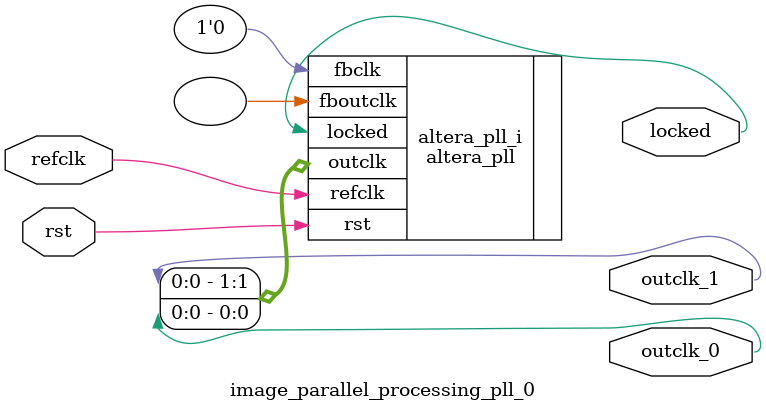
<source format=v>
`timescale 1ns/10ps
module  image_parallel_processing_pll_0(

	// interface 'refclk'
	input wire refclk,

	// interface 'reset'
	input wire rst,

	// interface 'outclk0'
	output wire outclk_0,

	// interface 'outclk1'
	output wire outclk_1,

	// interface 'locked'
	output wire locked
);

	altera_pll #(
		.fractional_vco_multiplier("false"),
		.reference_clock_frequency("50.0 MHz"),
		.operation_mode("direct"),
		.number_of_clocks(2),
		.output_clock_frequency0("143.000000 MHz"),
		.phase_shift0("0 ps"),
		.duty_cycle0(50),
		.output_clock_frequency1("143.000000 MHz"),
		.phase_shift1("0 ps"),
		.duty_cycle1(50),
		.output_clock_frequency2("0 MHz"),
		.phase_shift2("0 ps"),
		.duty_cycle2(50),
		.output_clock_frequency3("0 MHz"),
		.phase_shift3("0 ps"),
		.duty_cycle3(50),
		.output_clock_frequency4("0 MHz"),
		.phase_shift4("0 ps"),
		.duty_cycle4(50),
		.output_clock_frequency5("0 MHz"),
		.phase_shift5("0 ps"),
		.duty_cycle5(50),
		.output_clock_frequency6("0 MHz"),
		.phase_shift6("0 ps"),
		.duty_cycle6(50),
		.output_clock_frequency7("0 MHz"),
		.phase_shift7("0 ps"),
		.duty_cycle7(50),
		.output_clock_frequency8("0 MHz"),
		.phase_shift8("0 ps"),
		.duty_cycle8(50),
		.output_clock_frequency9("0 MHz"),
		.phase_shift9("0 ps"),
		.duty_cycle9(50),
		.output_clock_frequency10("0 MHz"),
		.phase_shift10("0 ps"),
		.duty_cycle10(50),
		.output_clock_frequency11("0 MHz"),
		.phase_shift11("0 ps"),
		.duty_cycle11(50),
		.output_clock_frequency12("0 MHz"),
		.phase_shift12("0 ps"),
		.duty_cycle12(50),
		.output_clock_frequency13("0 MHz"),
		.phase_shift13("0 ps"),
		.duty_cycle13(50),
		.output_clock_frequency14("0 MHz"),
		.phase_shift14("0 ps"),
		.duty_cycle14(50),
		.output_clock_frequency15("0 MHz"),
		.phase_shift15("0 ps"),
		.duty_cycle15(50),
		.output_clock_frequency16("0 MHz"),
		.phase_shift16("0 ps"),
		.duty_cycle16(50),
		.output_clock_frequency17("0 MHz"),
		.phase_shift17("0 ps"),
		.duty_cycle17(50),
		.pll_type("General"),
		.pll_subtype("General")
	) altera_pll_i (
		.rst	(rst),
		.outclk	({outclk_1, outclk_0}),
		.locked	(locked),
		.fboutclk	( ),
		.fbclk	(1'b0),
		.refclk	(refclk)
	);
endmodule


</source>
